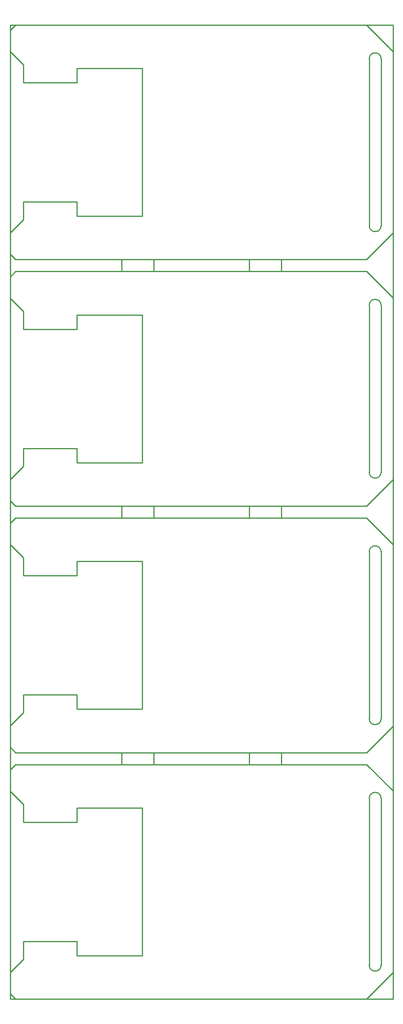
<source format=gko>
G04 Layer: BoardOutline*
G04 EasyEDA v6.4.25, 2021-12-03T12:43:26+01:00*
G04 4734013eef9542f2942493e3f9f6a545,9c416354eb984020824aaf9c885bead6,10*
G04 Gerber Generator version 0.2*
G04 Scale: 100 percent, Rotated: No, Reflected: No *
G04 Dimensions in inches *
G04 leading zeros omitted , absolute positions ,3 integer and 6 decimal *
%FSLAX36Y36*%
%MOIN*%

%ADD10C,0.0100*%
D10*
X240000Y500000D02*
G01*
X-210000Y500000D01*
X790000Y-220000D02*
G01*
X790000Y-220000D01*
X790000Y-620000D01*
X790000Y-620000D01*
X510000Y-620000D01*
X240000Y-620000D01*
X240000Y-620000D01*
X240000Y-500000D01*
X-319989Y-760000D02*
G01*
X-210000Y-650000D01*
X-210000Y-500000D01*
X240000Y-500000D02*
G01*
X-210000Y-500000D01*
X-320000Y760000D02*
G01*
X-210000Y650000D01*
X-210000Y500000D01*
X240000Y500000D02*
G01*
X240000Y620000D01*
X790000Y620000D01*
X790000Y400000D01*
X790000Y190000D01*
X790000Y-220000D01*
X-275590Y-984299D02*
G01*
X-319991Y-939899D01*
X-319991Y-759998D01*
X-275599Y984299D02*
G01*
X-320000Y939899D01*
X-320000Y760000D01*
X2677165Y-984252D02*
G01*
X-275590Y-984252D01*
X2900000Y760000D02*
G01*
X2900000Y761417D01*
X2677165Y984252D01*
X-275590Y984252D02*
G01*
X2677165Y984252D01*
X2900000Y760000D02*
G01*
X2900000Y-761399D01*
X2677200Y-984299D01*
G75*
G01*
X2700000Y700000D02*
G02*
X2800000Y700000I50000J0D01*
X2800000Y700000D02*
G01*
X2800000Y-700000D01*
G75*
G01*
X2800000Y-700000D02*
G02*
X2700000Y-700000I-50000J0D01*
X2700000Y-700000D02*
G01*
X2700000Y700000D01*
X240000Y-1568599D02*
G01*
X-210000Y-1568599D01*
X790000Y-2288599D02*
G01*
X790000Y-2288599D01*
X790000Y-2688599D01*
X790000Y-2688599D01*
X510000Y-2688599D01*
X240000Y-2688599D01*
X240000Y-2688599D01*
X240000Y-2568599D01*
X-319989Y-2828599D02*
G01*
X-210000Y-2718599D01*
X-210000Y-2568599D01*
X240000Y-2568599D02*
G01*
X-210000Y-2568599D01*
X-320000Y-1308599D02*
G01*
X-210000Y-1418599D01*
X-210000Y-1568599D01*
X240000Y-1568599D02*
G01*
X240000Y-1448599D01*
X790000Y-1448599D01*
X790000Y-1668599D01*
X790000Y-1878599D01*
X790000Y-2288599D01*
X-275590Y-3052898D02*
G01*
X-319991Y-3008498D01*
X-319991Y-2828598D01*
X-275599Y-1084299D02*
G01*
X-320000Y-1128699D01*
X-320000Y-1308599D01*
X2677165Y-3052851D02*
G01*
X-275590Y-3052851D01*
X2900000Y-1308599D02*
G01*
X2900000Y-1307182D01*
X2677165Y-1084347D01*
X-275590Y-1084347D02*
G01*
X2677165Y-1084347D01*
X2900000Y-1308599D02*
G01*
X2900000Y-2829999D01*
X2677200Y-3052899D01*
G75*
G01*
X2700000Y-1368600D02*
G02*
X2800000Y-1368600I50000J0D01*
X2800000Y-1368599D02*
G01*
X2800000Y-2768599D01*
G75*
G01*
X2800000Y-2768600D02*
G02*
X2700000Y-2768600I-50000J0D01*
X2700000Y-2768599D02*
G01*
X2700000Y-1368599D01*
X240000Y-3637199D02*
G01*
X-210000Y-3637199D01*
X790000Y-4357199D02*
G01*
X790000Y-4357199D01*
X790000Y-4757199D01*
X790000Y-4757199D01*
X510000Y-4757199D01*
X240000Y-4757199D01*
X240000Y-4757199D01*
X240000Y-4637199D01*
X-319989Y-4897199D02*
G01*
X-210000Y-4787199D01*
X-210000Y-4637199D01*
X240000Y-4637199D02*
G01*
X-210000Y-4637199D01*
X-320000Y-3377199D02*
G01*
X-210000Y-3487199D01*
X-210000Y-3637199D01*
X240000Y-3637199D02*
G01*
X240000Y-3517199D01*
X790000Y-3517199D01*
X790000Y-3737199D01*
X790000Y-3947199D01*
X790000Y-4357199D01*
X-275590Y-5121498D02*
G01*
X-319991Y-5077098D01*
X-319991Y-4897198D01*
X-275599Y-3152899D02*
G01*
X-320000Y-3197299D01*
X-320000Y-3377199D01*
X2677165Y-5121451D02*
G01*
X-275590Y-5121451D01*
X2900000Y-3377199D02*
G01*
X2900000Y-3375782D01*
X2677165Y-3152947D01*
X-275590Y-3152947D02*
G01*
X2677165Y-3152947D01*
X2900000Y-3377199D02*
G01*
X2900000Y-4898599D01*
X2677200Y-5121499D01*
G75*
G01*
X2700000Y-3437200D02*
G02*
X2800000Y-3437200I50000J0D01*
X2800000Y-3437199D02*
G01*
X2800000Y-4837199D01*
G75*
G01*
X2800000Y-4837200D02*
G02*
X2700000Y-4837200I-50000J0D01*
X2700000Y-4837199D02*
G01*
X2700000Y-3437199D01*
X240000Y-5705799D02*
G01*
X-210000Y-5705799D01*
X790000Y-6425799D02*
G01*
X790000Y-6425799D01*
X790000Y-6825799D01*
X790000Y-6825799D01*
X510000Y-6825799D01*
X240000Y-6825799D01*
X240000Y-6825799D01*
X240000Y-6705799D01*
X-319989Y-6965799D02*
G01*
X-210000Y-6855799D01*
X-210000Y-6705799D01*
X240000Y-6705799D02*
G01*
X-210000Y-6705799D01*
X-320000Y-5445799D02*
G01*
X-210000Y-5555799D01*
X-210000Y-5705799D01*
X240000Y-5705799D02*
G01*
X240000Y-5585799D01*
X790000Y-5585799D01*
X790000Y-5805799D01*
X790000Y-6015799D01*
X790000Y-6425799D01*
X-275590Y-7190098D02*
G01*
X-319991Y-7145698D01*
X-319991Y-6965798D01*
X-275599Y-5221499D02*
G01*
X-320000Y-5265899D01*
X-320000Y-5445799D01*
X2677165Y-7190051D02*
G01*
X-275590Y-7190051D01*
X2900000Y-5445799D02*
G01*
X2900000Y-5444382D01*
X2677165Y-5221547D01*
X-275590Y-5221547D02*
G01*
X2677165Y-5221547D01*
X2900000Y-5445799D02*
G01*
X2900000Y-6967199D01*
X2677200Y-7190099D01*
G75*
G01*
X2700000Y-5505800D02*
G02*
X2800000Y-5505800I50000J0D01*
X2800000Y-5505799D02*
G01*
X2800000Y-6905799D01*
G75*
G01*
X2800000Y-6905800D02*
G02*
X2700000Y-6905800I-50000J0D01*
X2700000Y-6905799D02*
G01*
X2700000Y-5505799D01*
X-320000Y984299D02*
G01*
X2900000Y984299D01*
X2900000Y-7190095D01*
X-320000Y-7190095D01*
X-320000Y984299D01*
X618685Y-1080738D02*
G01*
X618685Y-987860D01*
X887980Y-1080738D02*
G01*
X887980Y-987860D01*
X1692019Y-1080738D02*
G01*
X1692019Y-987860D01*
X1961314Y-1080738D02*
G01*
X1961314Y-987860D01*
X618685Y-3149336D02*
G01*
X618685Y-3056459D01*
X887980Y-3149336D02*
G01*
X887980Y-3056459D01*
X1692019Y-3149336D02*
G01*
X1692019Y-3056459D01*
X1961314Y-3149336D02*
G01*
X1961314Y-3056459D01*
X618685Y-5217935D02*
G01*
X618685Y-5125058D01*
X887980Y-5217935D02*
G01*
X887980Y-5125058D01*
X1692019Y-5217935D02*
G01*
X1692019Y-5125058D01*
X1961314Y-5217935D02*
G01*
X1961314Y-5125058D01*

%LPD*%
M02*

</source>
